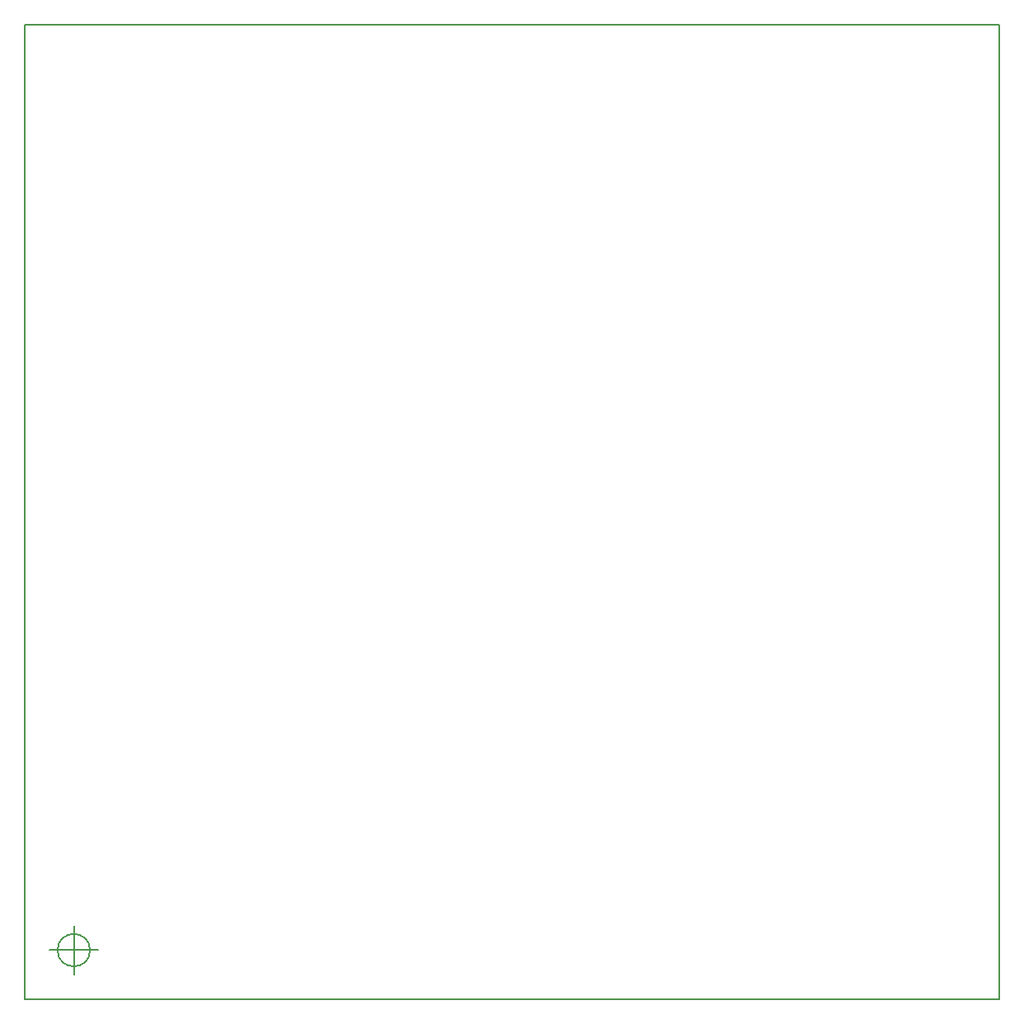
<source format=gbr>
G04 #@! TF.FileFunction,Profile,NP*
%FSLAX46Y46*%
G04 Gerber Fmt 4.6, Leading zero omitted, Abs format (unit mm)*
G04 Created by KiCad (PCBNEW 4.0.7-e2-6376~58~ubuntu16.04.1) date Sun Nov 18 23:22:19 2018*
%MOMM*%
%LPD*%
G01*
G04 APERTURE LIST*
%ADD10C,0.100000*%
%ADD11C,0.150000*%
G04 APERTURE END LIST*
D10*
D11*
X106666666Y-144999800D02*
G75*
G03X106666666Y-144999800I-1666666J0D01*
G01*
X102500000Y-144999800D02*
X107500000Y-144999800D01*
X105000000Y-142499800D02*
X105000000Y-147499800D01*
X100000000Y-150000000D02*
X200000000Y-150000000D01*
X100000000Y-50000000D02*
X100000000Y-150000000D01*
X200000000Y-50000000D02*
X100000000Y-50000000D01*
X200000000Y-150000000D02*
X200000000Y-50000000D01*
M02*

</source>
